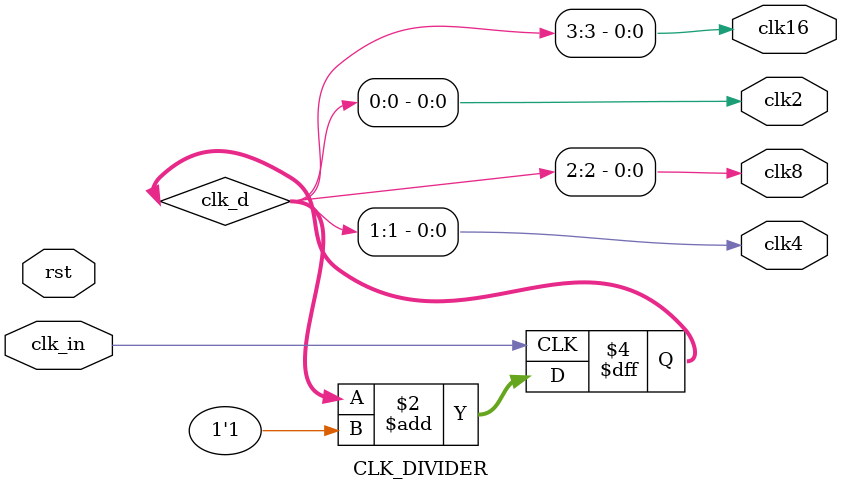
<source format=v>
module CLK_DIVIDER(
    input clk_in,
    input rst,
    
    output clk2,
    output clk4,
    output clk8,
    output clk16
    );
    reg [3:0]clk_d=0;
    always @(posedge clk_in)begin
        clk_d<=clk_d+1'b1;
    end
    assign clk2=clk_d[0];
    assign clk4=clk_d[1];
    assign clk8=clk_d[2];
    assign clk16=clk_d[3];
endmodule
</source>
